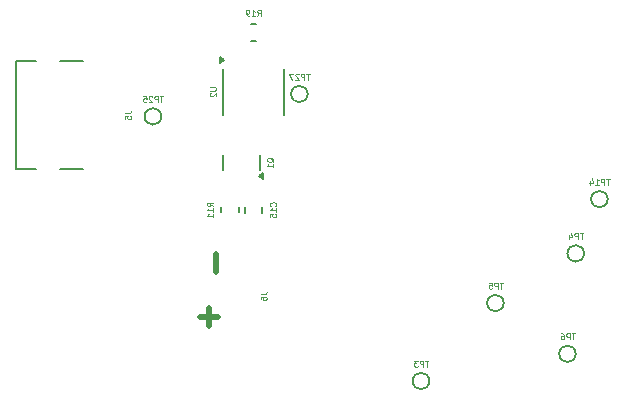
<source format=gbo>
%TF.GenerationSoftware,KiCad,Pcbnew,7.0.11-7.0.11~ubuntu22.04.1*%
%TF.CreationDate,2024-07-12T12:17:06+05:30*%
%TF.ProjectId,goodtorch,676f6f64-746f-4726-9368-2e6b69636164,rev?*%
%TF.SameCoordinates,Original*%
%TF.FileFunction,Legend,Bot*%
%TF.FilePolarity,Positive*%
%FSLAX46Y46*%
G04 Gerber Fmt 4.6, Leading zero omitted, Abs format (unit mm)*
G04 Created by KiCad (PCBNEW 7.0.11-7.0.11~ubuntu22.04.1) date 2024-07-12 12:17:06*
%MOMM*%
%LPD*%
G01*
G04 APERTURE LIST*
%ADD10C,0.500000*%
%ADD11C,0.125000*%
%ADD12C,0.200000*%
G04 APERTURE END LIST*
D10*
X102132666Y-76294862D02*
X102132666Y-74771053D01*
X102294862Y-80067333D02*
X100771053Y-80067333D01*
X101532957Y-80829238D02*
X101532957Y-79305428D01*
D11*
X105924809Y-78133333D02*
X106281952Y-78133333D01*
X106281952Y-78133333D02*
X106353380Y-78109524D01*
X106353380Y-78109524D02*
X106401000Y-78061905D01*
X106401000Y-78061905D02*
X106424809Y-77990476D01*
X106424809Y-77990476D02*
X106424809Y-77942857D01*
X105924809Y-78585714D02*
X105924809Y-78490476D01*
X105924809Y-78490476D02*
X105948619Y-78442857D01*
X105948619Y-78442857D02*
X105972428Y-78419047D01*
X105972428Y-78419047D02*
X106043857Y-78371428D01*
X106043857Y-78371428D02*
X106139095Y-78347619D01*
X106139095Y-78347619D02*
X106329571Y-78347619D01*
X106329571Y-78347619D02*
X106377190Y-78371428D01*
X106377190Y-78371428D02*
X106401000Y-78395238D01*
X106401000Y-78395238D02*
X106424809Y-78442857D01*
X106424809Y-78442857D02*
X106424809Y-78538095D01*
X106424809Y-78538095D02*
X106401000Y-78585714D01*
X106401000Y-78585714D02*
X106377190Y-78609523D01*
X106377190Y-78609523D02*
X106329571Y-78633333D01*
X106329571Y-78633333D02*
X106210523Y-78633333D01*
X106210523Y-78633333D02*
X106162904Y-78609523D01*
X106162904Y-78609523D02*
X106139095Y-78585714D01*
X106139095Y-78585714D02*
X106115285Y-78538095D01*
X106115285Y-78538095D02*
X106115285Y-78442857D01*
X106115285Y-78442857D02*
X106139095Y-78395238D01*
X106139095Y-78395238D02*
X106162904Y-78371428D01*
X106162904Y-78371428D02*
X106210523Y-78347619D01*
X106984928Y-66952380D02*
X106961119Y-66904761D01*
X106961119Y-66904761D02*
X106913500Y-66857142D01*
X106913500Y-66857142D02*
X106842071Y-66785714D01*
X106842071Y-66785714D02*
X106818261Y-66738095D01*
X106818261Y-66738095D02*
X106818261Y-66690476D01*
X106937309Y-66714285D02*
X106913500Y-66666666D01*
X106913500Y-66666666D02*
X106865880Y-66619047D01*
X106865880Y-66619047D02*
X106770642Y-66595238D01*
X106770642Y-66595238D02*
X106603976Y-66595238D01*
X106603976Y-66595238D02*
X106508738Y-66619047D01*
X106508738Y-66619047D02*
X106461119Y-66666666D01*
X106461119Y-66666666D02*
X106437309Y-66714285D01*
X106437309Y-66714285D02*
X106437309Y-66809523D01*
X106437309Y-66809523D02*
X106461119Y-66857142D01*
X106461119Y-66857142D02*
X106508738Y-66904761D01*
X106508738Y-66904761D02*
X106603976Y-66928571D01*
X106603976Y-66928571D02*
X106770642Y-66928571D01*
X106770642Y-66928571D02*
X106865880Y-66904761D01*
X106865880Y-66904761D02*
X106913500Y-66857142D01*
X106913500Y-66857142D02*
X106937309Y-66809523D01*
X106937309Y-66809523D02*
X106937309Y-66714285D01*
X106937309Y-67404762D02*
X106937309Y-67119048D01*
X106937309Y-67261905D02*
X106437309Y-67261905D01*
X106437309Y-67261905D02*
X106508738Y-67214286D01*
X106508738Y-67214286D02*
X106556357Y-67166667D01*
X106556357Y-67166667D02*
X106580166Y-67119048D01*
X107177190Y-70678571D02*
X107201000Y-70654762D01*
X107201000Y-70654762D02*
X107224809Y-70583333D01*
X107224809Y-70583333D02*
X107224809Y-70535714D01*
X107224809Y-70535714D02*
X107201000Y-70464286D01*
X107201000Y-70464286D02*
X107153380Y-70416667D01*
X107153380Y-70416667D02*
X107105761Y-70392857D01*
X107105761Y-70392857D02*
X107010523Y-70369048D01*
X107010523Y-70369048D02*
X106939095Y-70369048D01*
X106939095Y-70369048D02*
X106843857Y-70392857D01*
X106843857Y-70392857D02*
X106796238Y-70416667D01*
X106796238Y-70416667D02*
X106748619Y-70464286D01*
X106748619Y-70464286D02*
X106724809Y-70535714D01*
X106724809Y-70535714D02*
X106724809Y-70583333D01*
X106724809Y-70583333D02*
X106748619Y-70654762D01*
X106748619Y-70654762D02*
X106772428Y-70678571D01*
X107224809Y-71154762D02*
X107224809Y-70869048D01*
X107224809Y-71011905D02*
X106724809Y-71011905D01*
X106724809Y-71011905D02*
X106796238Y-70964286D01*
X106796238Y-70964286D02*
X106843857Y-70916667D01*
X106843857Y-70916667D02*
X106867666Y-70869048D01*
X106724809Y-71607142D02*
X106724809Y-71369047D01*
X106724809Y-71369047D02*
X106962904Y-71345238D01*
X106962904Y-71345238D02*
X106939095Y-71369047D01*
X106939095Y-71369047D02*
X106915285Y-71416666D01*
X106915285Y-71416666D02*
X106915285Y-71535714D01*
X106915285Y-71535714D02*
X106939095Y-71583333D01*
X106939095Y-71583333D02*
X106962904Y-71607142D01*
X106962904Y-71607142D02*
X107010523Y-71630952D01*
X107010523Y-71630952D02*
X107129571Y-71630952D01*
X107129571Y-71630952D02*
X107177190Y-71607142D01*
X107177190Y-71607142D02*
X107201000Y-71583333D01*
X107201000Y-71583333D02*
X107224809Y-71535714D01*
X107224809Y-71535714D02*
X107224809Y-71416666D01*
X107224809Y-71416666D02*
X107201000Y-71369047D01*
X107201000Y-71369047D02*
X107177190Y-71345238D01*
X120130951Y-83776809D02*
X119845237Y-83776809D01*
X119988094Y-84276809D02*
X119988094Y-83776809D01*
X119678571Y-84276809D02*
X119678571Y-83776809D01*
X119678571Y-83776809D02*
X119488095Y-83776809D01*
X119488095Y-83776809D02*
X119440476Y-83800619D01*
X119440476Y-83800619D02*
X119416666Y-83824428D01*
X119416666Y-83824428D02*
X119392857Y-83872047D01*
X119392857Y-83872047D02*
X119392857Y-83943476D01*
X119392857Y-83943476D02*
X119416666Y-83991095D01*
X119416666Y-83991095D02*
X119440476Y-84014904D01*
X119440476Y-84014904D02*
X119488095Y-84038714D01*
X119488095Y-84038714D02*
X119678571Y-84038714D01*
X119226190Y-83776809D02*
X118916666Y-83776809D01*
X118916666Y-83776809D02*
X119083333Y-83967285D01*
X119083333Y-83967285D02*
X119011904Y-83967285D01*
X119011904Y-83967285D02*
X118964285Y-83991095D01*
X118964285Y-83991095D02*
X118940476Y-84014904D01*
X118940476Y-84014904D02*
X118916666Y-84062523D01*
X118916666Y-84062523D02*
X118916666Y-84181571D01*
X118916666Y-84181571D02*
X118940476Y-84229190D01*
X118940476Y-84229190D02*
X118964285Y-84253000D01*
X118964285Y-84253000D02*
X119011904Y-84276809D01*
X119011904Y-84276809D02*
X119154761Y-84276809D01*
X119154761Y-84276809D02*
X119202380Y-84253000D01*
X119202380Y-84253000D02*
X119226190Y-84229190D01*
X94439809Y-62833333D02*
X94796952Y-62833333D01*
X94796952Y-62833333D02*
X94868380Y-62809524D01*
X94868380Y-62809524D02*
X94916000Y-62761905D01*
X94916000Y-62761905D02*
X94939809Y-62690476D01*
X94939809Y-62690476D02*
X94939809Y-62642857D01*
X94439809Y-63309523D02*
X94439809Y-63071428D01*
X94439809Y-63071428D02*
X94677904Y-63047619D01*
X94677904Y-63047619D02*
X94654095Y-63071428D01*
X94654095Y-63071428D02*
X94630285Y-63119047D01*
X94630285Y-63119047D02*
X94630285Y-63238095D01*
X94630285Y-63238095D02*
X94654095Y-63285714D01*
X94654095Y-63285714D02*
X94677904Y-63309523D01*
X94677904Y-63309523D02*
X94725523Y-63333333D01*
X94725523Y-63333333D02*
X94844571Y-63333333D01*
X94844571Y-63333333D02*
X94892190Y-63309523D01*
X94892190Y-63309523D02*
X94916000Y-63285714D01*
X94916000Y-63285714D02*
X94939809Y-63238095D01*
X94939809Y-63238095D02*
X94939809Y-63119047D01*
X94939809Y-63119047D02*
X94916000Y-63071428D01*
X94916000Y-63071428D02*
X94892190Y-63047619D01*
X135469046Y-68376809D02*
X135183332Y-68376809D01*
X135326189Y-68876809D02*
X135326189Y-68376809D01*
X135016666Y-68876809D02*
X135016666Y-68376809D01*
X135016666Y-68376809D02*
X134826190Y-68376809D01*
X134826190Y-68376809D02*
X134778571Y-68400619D01*
X134778571Y-68400619D02*
X134754761Y-68424428D01*
X134754761Y-68424428D02*
X134730952Y-68472047D01*
X134730952Y-68472047D02*
X134730952Y-68543476D01*
X134730952Y-68543476D02*
X134754761Y-68591095D01*
X134754761Y-68591095D02*
X134778571Y-68614904D01*
X134778571Y-68614904D02*
X134826190Y-68638714D01*
X134826190Y-68638714D02*
X135016666Y-68638714D01*
X134254761Y-68876809D02*
X134540475Y-68876809D01*
X134397618Y-68876809D02*
X134397618Y-68376809D01*
X134397618Y-68376809D02*
X134445237Y-68448238D01*
X134445237Y-68448238D02*
X134492856Y-68495857D01*
X134492856Y-68495857D02*
X134540475Y-68519666D01*
X133826190Y-68543476D02*
X133826190Y-68876809D01*
X133945238Y-68353000D02*
X134064285Y-68710142D01*
X134064285Y-68710142D02*
X133754762Y-68710142D01*
X133230951Y-72976809D02*
X132945237Y-72976809D01*
X133088094Y-73476809D02*
X133088094Y-72976809D01*
X132778571Y-73476809D02*
X132778571Y-72976809D01*
X132778571Y-72976809D02*
X132588095Y-72976809D01*
X132588095Y-72976809D02*
X132540476Y-73000619D01*
X132540476Y-73000619D02*
X132516666Y-73024428D01*
X132516666Y-73024428D02*
X132492857Y-73072047D01*
X132492857Y-73072047D02*
X132492857Y-73143476D01*
X132492857Y-73143476D02*
X132516666Y-73191095D01*
X132516666Y-73191095D02*
X132540476Y-73214904D01*
X132540476Y-73214904D02*
X132588095Y-73238714D01*
X132588095Y-73238714D02*
X132778571Y-73238714D01*
X132064285Y-73143476D02*
X132064285Y-73476809D01*
X132183333Y-72953000D02*
X132302380Y-73310142D01*
X132302380Y-73310142D02*
X131992857Y-73310142D01*
X101637309Y-60619047D02*
X102042071Y-60619047D01*
X102042071Y-60619047D02*
X102089690Y-60642857D01*
X102089690Y-60642857D02*
X102113500Y-60666666D01*
X102113500Y-60666666D02*
X102137309Y-60714285D01*
X102137309Y-60714285D02*
X102137309Y-60809523D01*
X102137309Y-60809523D02*
X102113500Y-60857142D01*
X102113500Y-60857142D02*
X102089690Y-60880952D01*
X102089690Y-60880952D02*
X102042071Y-60904761D01*
X102042071Y-60904761D02*
X101637309Y-60904761D01*
X101684928Y-61119048D02*
X101661119Y-61142857D01*
X101661119Y-61142857D02*
X101637309Y-61190476D01*
X101637309Y-61190476D02*
X101637309Y-61309524D01*
X101637309Y-61309524D02*
X101661119Y-61357143D01*
X101661119Y-61357143D02*
X101684928Y-61380952D01*
X101684928Y-61380952D02*
X101732547Y-61404762D01*
X101732547Y-61404762D02*
X101780166Y-61404762D01*
X101780166Y-61404762D02*
X101851595Y-61380952D01*
X101851595Y-61380952D02*
X102137309Y-61095238D01*
X102137309Y-61095238D02*
X102137309Y-61404762D01*
X105633928Y-54574809D02*
X105800594Y-54336714D01*
X105919642Y-54574809D02*
X105919642Y-54074809D01*
X105919642Y-54074809D02*
X105729166Y-54074809D01*
X105729166Y-54074809D02*
X105681547Y-54098619D01*
X105681547Y-54098619D02*
X105657737Y-54122428D01*
X105657737Y-54122428D02*
X105633928Y-54170047D01*
X105633928Y-54170047D02*
X105633928Y-54241476D01*
X105633928Y-54241476D02*
X105657737Y-54289095D01*
X105657737Y-54289095D02*
X105681547Y-54312904D01*
X105681547Y-54312904D02*
X105729166Y-54336714D01*
X105729166Y-54336714D02*
X105919642Y-54336714D01*
X105157737Y-54574809D02*
X105443451Y-54574809D01*
X105300594Y-54574809D02*
X105300594Y-54074809D01*
X105300594Y-54074809D02*
X105348213Y-54146238D01*
X105348213Y-54146238D02*
X105395832Y-54193857D01*
X105395832Y-54193857D02*
X105443451Y-54217666D01*
X104919642Y-54574809D02*
X104824404Y-54574809D01*
X104824404Y-54574809D02*
X104776785Y-54551000D01*
X104776785Y-54551000D02*
X104752976Y-54527190D01*
X104752976Y-54527190D02*
X104705357Y-54455761D01*
X104705357Y-54455761D02*
X104681547Y-54360523D01*
X104681547Y-54360523D02*
X104681547Y-54170047D01*
X104681547Y-54170047D02*
X104705357Y-54122428D01*
X104705357Y-54122428D02*
X104729166Y-54098619D01*
X104729166Y-54098619D02*
X104776785Y-54074809D01*
X104776785Y-54074809D02*
X104872023Y-54074809D01*
X104872023Y-54074809D02*
X104919642Y-54098619D01*
X104919642Y-54098619D02*
X104943452Y-54122428D01*
X104943452Y-54122428D02*
X104967261Y-54170047D01*
X104967261Y-54170047D02*
X104967261Y-54289095D01*
X104967261Y-54289095D02*
X104943452Y-54336714D01*
X104943452Y-54336714D02*
X104919642Y-54360523D01*
X104919642Y-54360523D02*
X104872023Y-54384333D01*
X104872023Y-54384333D02*
X104776785Y-54384333D01*
X104776785Y-54384333D02*
X104729166Y-54360523D01*
X104729166Y-54360523D02*
X104705357Y-54336714D01*
X104705357Y-54336714D02*
X104681547Y-54289095D01*
X126430951Y-77176809D02*
X126145237Y-77176809D01*
X126288094Y-77676809D02*
X126288094Y-77176809D01*
X125978571Y-77676809D02*
X125978571Y-77176809D01*
X125978571Y-77176809D02*
X125788095Y-77176809D01*
X125788095Y-77176809D02*
X125740476Y-77200619D01*
X125740476Y-77200619D02*
X125716666Y-77224428D01*
X125716666Y-77224428D02*
X125692857Y-77272047D01*
X125692857Y-77272047D02*
X125692857Y-77343476D01*
X125692857Y-77343476D02*
X125716666Y-77391095D01*
X125716666Y-77391095D02*
X125740476Y-77414904D01*
X125740476Y-77414904D02*
X125788095Y-77438714D01*
X125788095Y-77438714D02*
X125978571Y-77438714D01*
X125240476Y-77176809D02*
X125478571Y-77176809D01*
X125478571Y-77176809D02*
X125502380Y-77414904D01*
X125502380Y-77414904D02*
X125478571Y-77391095D01*
X125478571Y-77391095D02*
X125430952Y-77367285D01*
X125430952Y-77367285D02*
X125311904Y-77367285D01*
X125311904Y-77367285D02*
X125264285Y-77391095D01*
X125264285Y-77391095D02*
X125240476Y-77414904D01*
X125240476Y-77414904D02*
X125216666Y-77462523D01*
X125216666Y-77462523D02*
X125216666Y-77581571D01*
X125216666Y-77581571D02*
X125240476Y-77629190D01*
X125240476Y-77629190D02*
X125264285Y-77653000D01*
X125264285Y-77653000D02*
X125311904Y-77676809D01*
X125311904Y-77676809D02*
X125430952Y-77676809D01*
X125430952Y-77676809D02*
X125478571Y-77653000D01*
X125478571Y-77653000D02*
X125502380Y-77629190D01*
X97669046Y-61376809D02*
X97383332Y-61376809D01*
X97526189Y-61876809D02*
X97526189Y-61376809D01*
X97216666Y-61876809D02*
X97216666Y-61376809D01*
X97216666Y-61376809D02*
X97026190Y-61376809D01*
X97026190Y-61376809D02*
X96978571Y-61400619D01*
X96978571Y-61400619D02*
X96954761Y-61424428D01*
X96954761Y-61424428D02*
X96930952Y-61472047D01*
X96930952Y-61472047D02*
X96930952Y-61543476D01*
X96930952Y-61543476D02*
X96954761Y-61591095D01*
X96954761Y-61591095D02*
X96978571Y-61614904D01*
X96978571Y-61614904D02*
X97026190Y-61638714D01*
X97026190Y-61638714D02*
X97216666Y-61638714D01*
X96740475Y-61424428D02*
X96716666Y-61400619D01*
X96716666Y-61400619D02*
X96669047Y-61376809D01*
X96669047Y-61376809D02*
X96549999Y-61376809D01*
X96549999Y-61376809D02*
X96502380Y-61400619D01*
X96502380Y-61400619D02*
X96478571Y-61424428D01*
X96478571Y-61424428D02*
X96454761Y-61472047D01*
X96454761Y-61472047D02*
X96454761Y-61519666D01*
X96454761Y-61519666D02*
X96478571Y-61591095D01*
X96478571Y-61591095D02*
X96764285Y-61876809D01*
X96764285Y-61876809D02*
X96454761Y-61876809D01*
X96002381Y-61376809D02*
X96240476Y-61376809D01*
X96240476Y-61376809D02*
X96264285Y-61614904D01*
X96264285Y-61614904D02*
X96240476Y-61591095D01*
X96240476Y-61591095D02*
X96192857Y-61567285D01*
X96192857Y-61567285D02*
X96073809Y-61567285D01*
X96073809Y-61567285D02*
X96026190Y-61591095D01*
X96026190Y-61591095D02*
X96002381Y-61614904D01*
X96002381Y-61614904D02*
X95978571Y-61662523D01*
X95978571Y-61662523D02*
X95978571Y-61781571D01*
X95978571Y-61781571D02*
X96002381Y-61829190D01*
X96002381Y-61829190D02*
X96026190Y-61853000D01*
X96026190Y-61853000D02*
X96073809Y-61876809D01*
X96073809Y-61876809D02*
X96192857Y-61876809D01*
X96192857Y-61876809D02*
X96240476Y-61853000D01*
X96240476Y-61853000D02*
X96264285Y-61829190D01*
X101887309Y-70678571D02*
X101649214Y-70511905D01*
X101887309Y-70392857D02*
X101387309Y-70392857D01*
X101387309Y-70392857D02*
X101387309Y-70583333D01*
X101387309Y-70583333D02*
X101411119Y-70630952D01*
X101411119Y-70630952D02*
X101434928Y-70654762D01*
X101434928Y-70654762D02*
X101482547Y-70678571D01*
X101482547Y-70678571D02*
X101553976Y-70678571D01*
X101553976Y-70678571D02*
X101601595Y-70654762D01*
X101601595Y-70654762D02*
X101625404Y-70630952D01*
X101625404Y-70630952D02*
X101649214Y-70583333D01*
X101649214Y-70583333D02*
X101649214Y-70392857D01*
X101887309Y-71154762D02*
X101887309Y-70869048D01*
X101887309Y-71011905D02*
X101387309Y-71011905D01*
X101387309Y-71011905D02*
X101458738Y-70964286D01*
X101458738Y-70964286D02*
X101506357Y-70916667D01*
X101506357Y-70916667D02*
X101530166Y-70869048D01*
X101887309Y-71630952D02*
X101887309Y-71345238D01*
X101887309Y-71488095D02*
X101387309Y-71488095D01*
X101387309Y-71488095D02*
X101458738Y-71440476D01*
X101458738Y-71440476D02*
X101506357Y-71392857D01*
X101506357Y-71392857D02*
X101530166Y-71345238D01*
X132530951Y-81476809D02*
X132245237Y-81476809D01*
X132388094Y-81976809D02*
X132388094Y-81476809D01*
X132078571Y-81976809D02*
X132078571Y-81476809D01*
X132078571Y-81476809D02*
X131888095Y-81476809D01*
X131888095Y-81476809D02*
X131840476Y-81500619D01*
X131840476Y-81500619D02*
X131816666Y-81524428D01*
X131816666Y-81524428D02*
X131792857Y-81572047D01*
X131792857Y-81572047D02*
X131792857Y-81643476D01*
X131792857Y-81643476D02*
X131816666Y-81691095D01*
X131816666Y-81691095D02*
X131840476Y-81714904D01*
X131840476Y-81714904D02*
X131888095Y-81738714D01*
X131888095Y-81738714D02*
X132078571Y-81738714D01*
X131364285Y-81476809D02*
X131459523Y-81476809D01*
X131459523Y-81476809D02*
X131507142Y-81500619D01*
X131507142Y-81500619D02*
X131530952Y-81524428D01*
X131530952Y-81524428D02*
X131578571Y-81595857D01*
X131578571Y-81595857D02*
X131602380Y-81691095D01*
X131602380Y-81691095D02*
X131602380Y-81881571D01*
X131602380Y-81881571D02*
X131578571Y-81929190D01*
X131578571Y-81929190D02*
X131554761Y-81953000D01*
X131554761Y-81953000D02*
X131507142Y-81976809D01*
X131507142Y-81976809D02*
X131411904Y-81976809D01*
X131411904Y-81976809D02*
X131364285Y-81953000D01*
X131364285Y-81953000D02*
X131340476Y-81929190D01*
X131340476Y-81929190D02*
X131316666Y-81881571D01*
X131316666Y-81881571D02*
X131316666Y-81762523D01*
X131316666Y-81762523D02*
X131340476Y-81714904D01*
X131340476Y-81714904D02*
X131364285Y-81691095D01*
X131364285Y-81691095D02*
X131411904Y-81667285D01*
X131411904Y-81667285D02*
X131507142Y-81667285D01*
X131507142Y-81667285D02*
X131554761Y-81691095D01*
X131554761Y-81691095D02*
X131578571Y-81714904D01*
X131578571Y-81714904D02*
X131602380Y-81762523D01*
X110069046Y-59476809D02*
X109783332Y-59476809D01*
X109926189Y-59976809D02*
X109926189Y-59476809D01*
X109616666Y-59976809D02*
X109616666Y-59476809D01*
X109616666Y-59476809D02*
X109426190Y-59476809D01*
X109426190Y-59476809D02*
X109378571Y-59500619D01*
X109378571Y-59500619D02*
X109354761Y-59524428D01*
X109354761Y-59524428D02*
X109330952Y-59572047D01*
X109330952Y-59572047D02*
X109330952Y-59643476D01*
X109330952Y-59643476D02*
X109354761Y-59691095D01*
X109354761Y-59691095D02*
X109378571Y-59714904D01*
X109378571Y-59714904D02*
X109426190Y-59738714D01*
X109426190Y-59738714D02*
X109616666Y-59738714D01*
X109140475Y-59524428D02*
X109116666Y-59500619D01*
X109116666Y-59500619D02*
X109069047Y-59476809D01*
X109069047Y-59476809D02*
X108949999Y-59476809D01*
X108949999Y-59476809D02*
X108902380Y-59500619D01*
X108902380Y-59500619D02*
X108878571Y-59524428D01*
X108878571Y-59524428D02*
X108854761Y-59572047D01*
X108854761Y-59572047D02*
X108854761Y-59619666D01*
X108854761Y-59619666D02*
X108878571Y-59691095D01*
X108878571Y-59691095D02*
X109164285Y-59976809D01*
X109164285Y-59976809D02*
X108854761Y-59976809D01*
X108688095Y-59476809D02*
X108354762Y-59476809D01*
X108354762Y-59476809D02*
X108569047Y-59976809D01*
D12*
%TO.C,Q1*%
X102752500Y-67000000D02*
X102752500Y-67650000D01*
X102752500Y-67000000D02*
X102752500Y-66350000D01*
X105872500Y-67000000D02*
X105872500Y-67650000D01*
X105872500Y-67000000D02*
X105872500Y-66350000D01*
X106152500Y-68402500D02*
X105822500Y-68162500D01*
X106152500Y-67922500D01*
X106152500Y-68402500D01*
G36*
X106152500Y-68402500D02*
G01*
X105822500Y-68162500D01*
X106152500Y-67922500D01*
X106152500Y-68402500D01*
G37*
%TO.C,C15*%
X106047500Y-70738748D02*
X106047500Y-71261252D01*
X104577500Y-70738748D02*
X104577500Y-71261252D01*
%TO.C,TP3*%
X120200000Y-85500000D02*
G75*
G03*
X118800000Y-85500000I-700000J0D01*
G01*
X118800000Y-85500000D02*
G75*
G03*
X120200000Y-85500000I700000J0D01*
G01*
%TO.C,J5*%
X85215000Y-67580000D02*
X86920000Y-67580000D01*
X90850000Y-67580000D02*
X88930000Y-67580000D01*
X85215000Y-58420000D02*
X85215000Y-67580000D01*
X86920000Y-58420000D02*
X85215000Y-58420000D01*
X88930000Y-58420000D02*
X90850000Y-58420000D01*
%TO.C,TP14*%
X135300000Y-70100000D02*
G75*
G03*
X133900000Y-70100000I-700000J0D01*
G01*
X133900000Y-70100000D02*
G75*
G03*
X135300000Y-70100000I700000J0D01*
G01*
%TO.C,TP4*%
X133300000Y-74700000D02*
G75*
G03*
X131900000Y-74700000I-700000J0D01*
G01*
X131900000Y-74700000D02*
G75*
G03*
X133300000Y-74700000I700000J0D01*
G01*
%TO.C,U2*%
X107872500Y-61000000D02*
X107872500Y-59050000D01*
X107872500Y-61000000D02*
X107872500Y-62950000D01*
X102752500Y-61000000D02*
X102752500Y-59050000D01*
X102752500Y-61000000D02*
X102752500Y-62950000D01*
X102847500Y-58300000D02*
X102517500Y-58540000D01*
X102517500Y-58060000D01*
X102847500Y-58300000D01*
G36*
X102847500Y-58300000D02*
G01*
X102517500Y-58540000D01*
X102517500Y-58060000D01*
X102847500Y-58300000D01*
G37*
%TO.C,R19*%
X105539564Y-56735000D02*
X105085436Y-56735000D01*
X105539564Y-55265000D02*
X105085436Y-55265000D01*
%TO.C,TP5*%
X126500000Y-78900000D02*
G75*
G03*
X125100000Y-78900000I-700000J0D01*
G01*
X125100000Y-78900000D02*
G75*
G03*
X126500000Y-78900000I700000J0D01*
G01*
%TO.C,TP25*%
X97500000Y-63100000D02*
G75*
G03*
X96100000Y-63100000I-700000J0D01*
G01*
X96100000Y-63100000D02*
G75*
G03*
X97500000Y-63100000I700000J0D01*
G01*
%TO.C,R11*%
X104047500Y-70772936D02*
X104047500Y-71227064D01*
X102577500Y-70772936D02*
X102577500Y-71227064D01*
%TO.C,TP6*%
X132600000Y-83200000D02*
G75*
G03*
X131200000Y-83200000I-700000J0D01*
G01*
X131200000Y-83200000D02*
G75*
G03*
X132600000Y-83200000I700000J0D01*
G01*
%TO.C,TP27*%
X109900000Y-61200000D02*
G75*
G03*
X108500000Y-61200000I-700000J0D01*
G01*
X108500000Y-61200000D02*
G75*
G03*
X109900000Y-61200000I700000J0D01*
G01*
%TD*%
M02*

</source>
